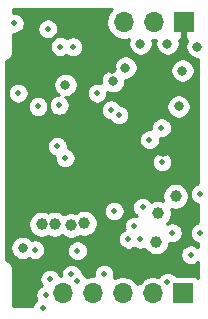
<source format=gbr>
%TF.GenerationSoftware,KiCad,Pcbnew,5.1.9*%
%TF.CreationDate,2021-01-20T23:16:29+01:00*%
%TF.ProjectId,wi-se-opi4,77692d73-652d-46f7-9069-342e6b696361,rev?*%
%TF.SameCoordinates,Original*%
%TF.FileFunction,Copper,L2,Inr*%
%TF.FilePolarity,Positive*%
%FSLAX46Y46*%
G04 Gerber Fmt 4.6, Leading zero omitted, Abs format (unit mm)*
G04 Created by KiCad (PCBNEW 5.1.9) date 2021-01-20 23:16:29*
%MOMM*%
%LPD*%
G01*
G04 APERTURE LIST*
%TA.AperFunction,ComponentPad*%
%ADD10R,1.700000X1.700000*%
%TD*%
%TA.AperFunction,ComponentPad*%
%ADD11O,1.700000X1.700000*%
%TD*%
%TA.AperFunction,ViaPad*%
%ADD12C,1.000000*%
%TD*%
%TA.AperFunction,ViaPad*%
%ADD13C,0.800000*%
%TD*%
%TA.AperFunction,ViaPad*%
%ADD14C,0.500000*%
%TD*%
%TA.AperFunction,Conductor*%
%ADD15C,0.254000*%
%TD*%
%TA.AperFunction,Conductor*%
%ADD16C,0.100000*%
%TD*%
G04 APERTURE END LIST*
D10*
%TO.N,VCC*%
%TO.C,J2*%
X109750000Y-91250000D03*
D11*
%TO.N,EN*%
X107210000Y-91250000D03*
%TO.N,BOOT0*%
X104670000Y-91250000D03*
%TO.N,DTR*%
X102130000Y-91250000D03*
%TO.N,RTS*%
X99590000Y-91250000D03*
%TD*%
D10*
%TO.N,GND*%
%TO.C,J1*%
X109840000Y-68300000D03*
D11*
%TO.N,TXD*%
X107300000Y-68300000D03*
%TO.N,RXD*%
X104760000Y-68300000D03*
%TD*%
D12*
%TO.N,VCC*%
X109143800Y-83032600D03*
%TO.N,GND*%
X104250000Y-78750000D03*
X104250000Y-80500000D03*
X97700000Y-82200000D03*
X98800000Y-82200000D03*
X100300000Y-82400000D03*
X101400000Y-82400000D03*
D13*
X103722969Y-72273631D03*
D14*
X106209810Y-90309990D03*
D12*
X108051600Y-79171800D03*
D13*
X107696000Y-73380600D03*
X103802715Y-86981609D03*
X97619820Y-68080180D03*
X98250000Y-70250000D03*
D12*
%TO.N,+3V3*%
X101400000Y-85300000D03*
D13*
X96200000Y-87400000D03*
D12*
X97800000Y-85400000D03*
X98900000Y-85400000D03*
X100300000Y-85500000D03*
D13*
X99822000Y-73595000D03*
X103835200Y-73279000D03*
D12*
X107696000Y-84469647D03*
X107492800Y-86906000D03*
D14*
%TO.N,EN*%
X98501200Y-90032501D03*
X100761800Y-90220800D03*
X99375000Y-70350002D03*
%TO.N,BOOT0*%
X97891600Y-92525000D03*
X108461250Y-90300002D03*
X106146600Y-86664800D03*
X106345999Y-83953114D03*
X103936800Y-84277200D03*
X104343200Y-76149200D03*
X97500000Y-75427400D03*
X95500000Y-68375000D03*
X98319820Y-68850000D03*
%TO.N,RST*%
X100457000Y-70358000D03*
D13*
%TO.N,LED_WIFI*%
X108458000Y-70104000D03*
X110998000Y-70358000D03*
%TO.N,Net-(D1-Pad1)*%
X109728000Y-72390000D03*
%TO.N,Net-(D2-Pad1)*%
X109400719Y-75421928D03*
D14*
%TO.N,LED_STATUS*%
X107950000Y-77216000D03*
X106934000Y-78232000D03*
%TO.N,Net-(D3-Pad1)*%
X110413800Y-87985600D03*
%TO.N,Net-(D4-Pad1)*%
X111225000Y-86106000D03*
X100838000Y-87630000D03*
X108874990Y-86106000D03*
%TO.N,LED_RX*%
X111225000Y-82804000D03*
X107996417Y-80124749D03*
X105664000Y-85556000D03*
X105156000Y-86656000D03*
%TO.N,DTR*%
X98145600Y-91389200D03*
%TO.N,RTS*%
X97205800Y-87553800D03*
X99796600Y-79781400D03*
X99129090Y-78809090D03*
%TO.N,Net-(Q1-Pad2)*%
X95808800Y-74295000D03*
X102489000Y-74295000D03*
%TO.N,Net-(Q2-Pad2)*%
X103682800Y-75692000D03*
X99288600Y-75336400D03*
D13*
%TO.N,Net-(R11-Pad1)*%
X106172000Y-70104000D03*
%TO.N,Net-(R12-Pad1)*%
X104902000Y-72136000D03*
D14*
%TO.N,Net-(R13-Pad2)*%
X100330000Y-89632502D03*
X103082000Y-89632502D03*
%TD*%
D15*
%TO.N,GND*%
X103606525Y-67353368D02*
X103444010Y-67596589D01*
X103332068Y-67866842D01*
X103275000Y-68153740D01*
X103275000Y-68446260D01*
X103332068Y-68733158D01*
X103444010Y-69003411D01*
X103606525Y-69246632D01*
X103813368Y-69453475D01*
X104056589Y-69615990D01*
X104326842Y-69727932D01*
X104613740Y-69785000D01*
X104906260Y-69785000D01*
X105193158Y-69727932D01*
X105210466Y-69720763D01*
X105176774Y-69802102D01*
X105137000Y-70002061D01*
X105137000Y-70205939D01*
X105176774Y-70405898D01*
X105254795Y-70594256D01*
X105368063Y-70763774D01*
X105512226Y-70907937D01*
X105681744Y-71021205D01*
X105870102Y-71099226D01*
X106070061Y-71139000D01*
X106273939Y-71139000D01*
X106473898Y-71099226D01*
X106662256Y-71021205D01*
X106831774Y-70907937D01*
X106975937Y-70763774D01*
X107089205Y-70594256D01*
X107167226Y-70405898D01*
X107207000Y-70205939D01*
X107207000Y-70002061D01*
X107167226Y-69802102D01*
X107160142Y-69785000D01*
X107446260Y-69785000D01*
X107471977Y-69779885D01*
X107462774Y-69802102D01*
X107423000Y-70002061D01*
X107423000Y-70205939D01*
X107462774Y-70405898D01*
X107540795Y-70594256D01*
X107654063Y-70763774D01*
X107798226Y-70907937D01*
X107967744Y-71021205D01*
X108156102Y-71099226D01*
X108356061Y-71139000D01*
X108559939Y-71139000D01*
X108759898Y-71099226D01*
X108948256Y-71021205D01*
X109117774Y-70907937D01*
X109261937Y-70763774D01*
X109375205Y-70594256D01*
X109453226Y-70405898D01*
X109493000Y-70205939D01*
X109493000Y-70002061D01*
X109453226Y-69802102D01*
X109446385Y-69785587D01*
X109554250Y-69785000D01*
X109713000Y-69626250D01*
X109713000Y-68427000D01*
X109693000Y-68427000D01*
X109693000Y-68173000D01*
X109713000Y-68173000D01*
X109713000Y-68153000D01*
X109967000Y-68153000D01*
X109967000Y-68173000D01*
X109987000Y-68173000D01*
X109987000Y-68427000D01*
X109967000Y-68427000D01*
X109967000Y-69626250D01*
X110125750Y-69785000D01*
X110136045Y-69785056D01*
X110080795Y-69867744D01*
X110002774Y-70056102D01*
X109963000Y-70256061D01*
X109963000Y-70459939D01*
X110002774Y-70659898D01*
X110080795Y-70848256D01*
X110194063Y-71017774D01*
X110338226Y-71161937D01*
X110507744Y-71275205D01*
X110696102Y-71353226D01*
X110896061Y-71393000D01*
X111040000Y-71393000D01*
X111040001Y-81938460D01*
X110966855Y-81953010D01*
X110805795Y-82019723D01*
X110660845Y-82116576D01*
X110537576Y-82239845D01*
X110440723Y-82384795D01*
X110374010Y-82545855D01*
X110340000Y-82716835D01*
X110340000Y-82891165D01*
X110374010Y-83062145D01*
X110440723Y-83223205D01*
X110537576Y-83368155D01*
X110660845Y-83491424D01*
X110805795Y-83588277D01*
X110966855Y-83654990D01*
X111040001Y-83669540D01*
X111040001Y-85240460D01*
X110966855Y-85255010D01*
X110805795Y-85321723D01*
X110660845Y-85418576D01*
X110537576Y-85541845D01*
X110440723Y-85686795D01*
X110374010Y-85847855D01*
X110340000Y-86018835D01*
X110340000Y-86193165D01*
X110374010Y-86364145D01*
X110440723Y-86525205D01*
X110537576Y-86670155D01*
X110660845Y-86793424D01*
X110805795Y-86890277D01*
X110966855Y-86956990D01*
X111040001Y-86971540D01*
X111040001Y-87360222D01*
X110977955Y-87298176D01*
X110833005Y-87201323D01*
X110671945Y-87134610D01*
X110500965Y-87100600D01*
X110326635Y-87100600D01*
X110155655Y-87134610D01*
X109994595Y-87201323D01*
X109849645Y-87298176D01*
X109726376Y-87421445D01*
X109629523Y-87566395D01*
X109562810Y-87727455D01*
X109528800Y-87898435D01*
X109528800Y-88072765D01*
X109562810Y-88243745D01*
X109629523Y-88404805D01*
X109726376Y-88549755D01*
X109849645Y-88673024D01*
X109994595Y-88769877D01*
X110155655Y-88836590D01*
X110326635Y-88870600D01*
X110500965Y-88870600D01*
X110671945Y-88836590D01*
X110833005Y-88769877D01*
X110977955Y-88673024D01*
X111040001Y-88610978D01*
X111040001Y-89939636D01*
X110954494Y-89869463D01*
X110844180Y-89810498D01*
X110724482Y-89774188D01*
X110600000Y-89761928D01*
X109166101Y-89761928D01*
X109148674Y-89735847D01*
X109025405Y-89612578D01*
X108880455Y-89515725D01*
X108719395Y-89449012D01*
X108548415Y-89415002D01*
X108374085Y-89415002D01*
X108203105Y-89449012D01*
X108042045Y-89515725D01*
X107897095Y-89612578D01*
X107773826Y-89735847D01*
X107700378Y-89845769D01*
X107643158Y-89822068D01*
X107356260Y-89765000D01*
X107063740Y-89765000D01*
X106776842Y-89822068D01*
X106506589Y-89934010D01*
X106263368Y-90096525D01*
X106056525Y-90303368D01*
X105940000Y-90477760D01*
X105823475Y-90303368D01*
X105616632Y-90096525D01*
X105373411Y-89934010D01*
X105103158Y-89822068D01*
X104816260Y-89765000D01*
X104523740Y-89765000D01*
X104236842Y-89822068D01*
X103966589Y-89934010D01*
X103895297Y-89981646D01*
X103932990Y-89890647D01*
X103967000Y-89719667D01*
X103967000Y-89545337D01*
X103932990Y-89374357D01*
X103866277Y-89213297D01*
X103769424Y-89068347D01*
X103646155Y-88945078D01*
X103501205Y-88848225D01*
X103340145Y-88781512D01*
X103169165Y-88747502D01*
X102994835Y-88747502D01*
X102823855Y-88781512D01*
X102662795Y-88848225D01*
X102517845Y-88945078D01*
X102394576Y-89068347D01*
X102297723Y-89213297D01*
X102231010Y-89374357D01*
X102197000Y-89545337D01*
X102197000Y-89719667D01*
X102206017Y-89765000D01*
X101983740Y-89765000D01*
X101696842Y-89822068D01*
X101575394Y-89872373D01*
X101546077Y-89801595D01*
X101449224Y-89656645D01*
X101325955Y-89533376D01*
X101195249Y-89446040D01*
X101180990Y-89374357D01*
X101114277Y-89213297D01*
X101017424Y-89068347D01*
X100894155Y-88945078D01*
X100749205Y-88848225D01*
X100588145Y-88781512D01*
X100417165Y-88747502D01*
X100242835Y-88747502D01*
X100071855Y-88781512D01*
X99910795Y-88848225D01*
X99765845Y-88945078D01*
X99642576Y-89068347D01*
X99545723Y-89213297D01*
X99479010Y-89374357D01*
X99445000Y-89545337D01*
X99445000Y-89719667D01*
X99454017Y-89765000D01*
X99443740Y-89765000D01*
X99353884Y-89782874D01*
X99352190Y-89774356D01*
X99285477Y-89613296D01*
X99188624Y-89468346D01*
X99065355Y-89345077D01*
X98920405Y-89248224D01*
X98759345Y-89181511D01*
X98588365Y-89147501D01*
X98414035Y-89147501D01*
X98243055Y-89181511D01*
X98081995Y-89248224D01*
X97937045Y-89345077D01*
X97813776Y-89468346D01*
X97716923Y-89613296D01*
X97650210Y-89774356D01*
X97616200Y-89945336D01*
X97616200Y-90119666D01*
X97650210Y-90290646D01*
X97716923Y-90451706D01*
X97799161Y-90574783D01*
X97726395Y-90604923D01*
X97581445Y-90701776D01*
X97458176Y-90825045D01*
X97361323Y-90969995D01*
X97294610Y-91131055D01*
X97260600Y-91302035D01*
X97260600Y-91476365D01*
X97294610Y-91647345D01*
X97361323Y-91808405D01*
X97364341Y-91812922D01*
X97327445Y-91837576D01*
X97204176Y-91960845D01*
X97107323Y-92105795D01*
X97040610Y-92266855D01*
X97026061Y-92340000D01*
X95360000Y-92340000D01*
X95360000Y-89132419D01*
X95363193Y-89100000D01*
X95350450Y-88970617D01*
X95312710Y-88846207D01*
X95251425Y-88731550D01*
X95168948Y-88631052D01*
X95068450Y-88548575D01*
X94953793Y-88487290D01*
X94829383Y-88449550D01*
X94827000Y-88449315D01*
X94827000Y-87298061D01*
X95165000Y-87298061D01*
X95165000Y-87501939D01*
X95204774Y-87701898D01*
X95282795Y-87890256D01*
X95396063Y-88059774D01*
X95540226Y-88203937D01*
X95709744Y-88317205D01*
X95898102Y-88395226D01*
X96098061Y-88435000D01*
X96301939Y-88435000D01*
X96501898Y-88395226D01*
X96690256Y-88317205D01*
X96722807Y-88295455D01*
X96786595Y-88338077D01*
X96947655Y-88404790D01*
X97118635Y-88438800D01*
X97292965Y-88438800D01*
X97463945Y-88404790D01*
X97625005Y-88338077D01*
X97769955Y-88241224D01*
X97893224Y-88117955D01*
X97990077Y-87973005D01*
X98056790Y-87811945D01*
X98090800Y-87640965D01*
X98090800Y-87542835D01*
X99953000Y-87542835D01*
X99953000Y-87717165D01*
X99987010Y-87888145D01*
X100053723Y-88049205D01*
X100150576Y-88194155D01*
X100273845Y-88317424D01*
X100418795Y-88414277D01*
X100579855Y-88480990D01*
X100750835Y-88515000D01*
X100925165Y-88515000D01*
X101096145Y-88480990D01*
X101257205Y-88414277D01*
X101402155Y-88317424D01*
X101525424Y-88194155D01*
X101622277Y-88049205D01*
X101688990Y-87888145D01*
X101723000Y-87717165D01*
X101723000Y-87542835D01*
X101688990Y-87371855D01*
X101622277Y-87210795D01*
X101525424Y-87065845D01*
X101402155Y-86942576D01*
X101257205Y-86845723D01*
X101096145Y-86779010D01*
X100925165Y-86745000D01*
X100750835Y-86745000D01*
X100579855Y-86779010D01*
X100418795Y-86845723D01*
X100273845Y-86942576D01*
X100150576Y-87065845D01*
X100053723Y-87210795D01*
X99987010Y-87371855D01*
X99953000Y-87542835D01*
X98090800Y-87542835D01*
X98090800Y-87466635D01*
X98056790Y-87295655D01*
X97990077Y-87134595D01*
X97893224Y-86989645D01*
X97769955Y-86866376D01*
X97625005Y-86769523D01*
X97463945Y-86702810D01*
X97292965Y-86668800D01*
X97118635Y-86668800D01*
X96963391Y-86699680D01*
X96859774Y-86596063D01*
X96690256Y-86482795D01*
X96501898Y-86404774D01*
X96301939Y-86365000D01*
X96098061Y-86365000D01*
X95898102Y-86404774D01*
X95709744Y-86482795D01*
X95540226Y-86596063D01*
X95396063Y-86740226D01*
X95282795Y-86909744D01*
X95204774Y-87098102D01*
X95165000Y-87298061D01*
X94827000Y-87298061D01*
X94827000Y-85288212D01*
X96665000Y-85288212D01*
X96665000Y-85511788D01*
X96708617Y-85731067D01*
X96794176Y-85937624D01*
X96918388Y-86123520D01*
X97076480Y-86281612D01*
X97262376Y-86405824D01*
X97468933Y-86491383D01*
X97688212Y-86535000D01*
X97911788Y-86535000D01*
X98131067Y-86491383D01*
X98337624Y-86405824D01*
X98350000Y-86397555D01*
X98362376Y-86405824D01*
X98568933Y-86491383D01*
X98788212Y-86535000D01*
X99011788Y-86535000D01*
X99231067Y-86491383D01*
X99437624Y-86405824D01*
X99535376Y-86340508D01*
X99576480Y-86381612D01*
X99762376Y-86505824D01*
X99968933Y-86591383D01*
X100188212Y-86635000D01*
X100411788Y-86635000D01*
X100631067Y-86591383D01*
X100685502Y-86568835D01*
X104271000Y-86568835D01*
X104271000Y-86743165D01*
X104305010Y-86914145D01*
X104371723Y-87075205D01*
X104468576Y-87220155D01*
X104591845Y-87343424D01*
X104736795Y-87440277D01*
X104897855Y-87506990D01*
X105068835Y-87541000D01*
X105243165Y-87541000D01*
X105414145Y-87506990D01*
X105575205Y-87440277D01*
X105644715Y-87393832D01*
X105727395Y-87449077D01*
X105888455Y-87515790D01*
X106059435Y-87549800D01*
X106233765Y-87549800D01*
X106404745Y-87515790D01*
X106506918Y-87473469D01*
X106611188Y-87629520D01*
X106769280Y-87787612D01*
X106955176Y-87911824D01*
X107161733Y-87997383D01*
X107381012Y-88041000D01*
X107604588Y-88041000D01*
X107823867Y-87997383D01*
X108030424Y-87911824D01*
X108216320Y-87787612D01*
X108374412Y-87629520D01*
X108498624Y-87443624D01*
X108584183Y-87237067D01*
X108627800Y-87017788D01*
X108627800Y-86959169D01*
X108787825Y-86991000D01*
X108962155Y-86991000D01*
X109133135Y-86956990D01*
X109294195Y-86890277D01*
X109439145Y-86793424D01*
X109562414Y-86670155D01*
X109659267Y-86525205D01*
X109725980Y-86364145D01*
X109759990Y-86193165D01*
X109759990Y-86018835D01*
X109725980Y-85847855D01*
X109659267Y-85686795D01*
X109562414Y-85541845D01*
X109439145Y-85418576D01*
X109294195Y-85321723D01*
X109133135Y-85255010D01*
X108962155Y-85221000D01*
X108787825Y-85221000D01*
X108616845Y-85255010D01*
X108455785Y-85321723D01*
X108435506Y-85335273D01*
X108577612Y-85193167D01*
X108701824Y-85007271D01*
X108787383Y-84800714D01*
X108831000Y-84581435D01*
X108831000Y-84357859D01*
X108787383Y-84138580D01*
X108774834Y-84108285D01*
X108812733Y-84123983D01*
X109032012Y-84167600D01*
X109255588Y-84167600D01*
X109474867Y-84123983D01*
X109681424Y-84038424D01*
X109867320Y-83914212D01*
X110025412Y-83756120D01*
X110149624Y-83570224D01*
X110235183Y-83363667D01*
X110278800Y-83144388D01*
X110278800Y-82920812D01*
X110235183Y-82701533D01*
X110149624Y-82494976D01*
X110025412Y-82309080D01*
X109867320Y-82150988D01*
X109681424Y-82026776D01*
X109474867Y-81941217D01*
X109255588Y-81897600D01*
X109032012Y-81897600D01*
X108812733Y-81941217D01*
X108606176Y-82026776D01*
X108420280Y-82150988D01*
X108262188Y-82309080D01*
X108137976Y-82494976D01*
X108052417Y-82701533D01*
X108008800Y-82920812D01*
X108008800Y-83144388D01*
X108052417Y-83363667D01*
X108064966Y-83393962D01*
X108027067Y-83378264D01*
X107807788Y-83334647D01*
X107584212Y-83334647D01*
X107364933Y-83378264D01*
X107158376Y-83463823D01*
X107106574Y-83498436D01*
X107033423Y-83388959D01*
X106910154Y-83265690D01*
X106765204Y-83168837D01*
X106604144Y-83102124D01*
X106433164Y-83068114D01*
X106258834Y-83068114D01*
X106087854Y-83102124D01*
X105926794Y-83168837D01*
X105781844Y-83265690D01*
X105658575Y-83388959D01*
X105561722Y-83533909D01*
X105495009Y-83694969D01*
X105460999Y-83865949D01*
X105460999Y-84040279D01*
X105495009Y-84211259D01*
X105561722Y-84372319D01*
X105658575Y-84517269D01*
X105781844Y-84640538D01*
X105859762Y-84692601D01*
X105751165Y-84671000D01*
X105576835Y-84671000D01*
X105405855Y-84705010D01*
X105244795Y-84771723D01*
X105099845Y-84868576D01*
X104976576Y-84991845D01*
X104879723Y-85136795D01*
X104813010Y-85297855D01*
X104779000Y-85468835D01*
X104779000Y-85643165D01*
X104813010Y-85814145D01*
X104822205Y-85836345D01*
X104736795Y-85871723D01*
X104591845Y-85968576D01*
X104468576Y-86091845D01*
X104371723Y-86236795D01*
X104305010Y-86397855D01*
X104271000Y-86568835D01*
X100685502Y-86568835D01*
X100837624Y-86505824D01*
X101023520Y-86381612D01*
X101029912Y-86375220D01*
X101068933Y-86391383D01*
X101288212Y-86435000D01*
X101511788Y-86435000D01*
X101731067Y-86391383D01*
X101937624Y-86305824D01*
X102123520Y-86181612D01*
X102281612Y-86023520D01*
X102405824Y-85837624D01*
X102491383Y-85631067D01*
X102535000Y-85411788D01*
X102535000Y-85188212D01*
X102491383Y-84968933D01*
X102405824Y-84762376D01*
X102281612Y-84576480D01*
X102123520Y-84418388D01*
X101937624Y-84294176D01*
X101731067Y-84208617D01*
X101637649Y-84190035D01*
X103051800Y-84190035D01*
X103051800Y-84364365D01*
X103085810Y-84535345D01*
X103152523Y-84696405D01*
X103249376Y-84841355D01*
X103372645Y-84964624D01*
X103517595Y-85061477D01*
X103678655Y-85128190D01*
X103849635Y-85162200D01*
X104023965Y-85162200D01*
X104194945Y-85128190D01*
X104356005Y-85061477D01*
X104500955Y-84964624D01*
X104624224Y-84841355D01*
X104721077Y-84696405D01*
X104787790Y-84535345D01*
X104821800Y-84364365D01*
X104821800Y-84190035D01*
X104787790Y-84019055D01*
X104721077Y-83857995D01*
X104624224Y-83713045D01*
X104500955Y-83589776D01*
X104356005Y-83492923D01*
X104194945Y-83426210D01*
X104023965Y-83392200D01*
X103849635Y-83392200D01*
X103678655Y-83426210D01*
X103517595Y-83492923D01*
X103372645Y-83589776D01*
X103249376Y-83713045D01*
X103152523Y-83857995D01*
X103085810Y-84019055D01*
X103051800Y-84190035D01*
X101637649Y-84190035D01*
X101511788Y-84165000D01*
X101288212Y-84165000D01*
X101068933Y-84208617D01*
X100862376Y-84294176D01*
X100676480Y-84418388D01*
X100670088Y-84424780D01*
X100631067Y-84408617D01*
X100411788Y-84365000D01*
X100188212Y-84365000D01*
X99968933Y-84408617D01*
X99762376Y-84494176D01*
X99664624Y-84559492D01*
X99623520Y-84518388D01*
X99437624Y-84394176D01*
X99231067Y-84308617D01*
X99011788Y-84265000D01*
X98788212Y-84265000D01*
X98568933Y-84308617D01*
X98362376Y-84394176D01*
X98350000Y-84402445D01*
X98337624Y-84394176D01*
X98131067Y-84308617D01*
X97911788Y-84265000D01*
X97688212Y-84265000D01*
X97468933Y-84308617D01*
X97262376Y-84394176D01*
X97076480Y-84518388D01*
X96918388Y-84676480D01*
X96794176Y-84862376D01*
X96708617Y-85068933D01*
X96665000Y-85288212D01*
X94827000Y-85288212D01*
X94827000Y-78721925D01*
X98244090Y-78721925D01*
X98244090Y-78896255D01*
X98278100Y-79067235D01*
X98344813Y-79228295D01*
X98441666Y-79373245D01*
X98564935Y-79496514D01*
X98709885Y-79593367D01*
X98870945Y-79660080D01*
X98916588Y-79669159D01*
X98911600Y-79694235D01*
X98911600Y-79868565D01*
X98945610Y-80039545D01*
X99012323Y-80200605D01*
X99109176Y-80345555D01*
X99232445Y-80468824D01*
X99377395Y-80565677D01*
X99538455Y-80632390D01*
X99709435Y-80666400D01*
X99883765Y-80666400D01*
X100054745Y-80632390D01*
X100215805Y-80565677D01*
X100360755Y-80468824D01*
X100484024Y-80345555D01*
X100580877Y-80200605D01*
X100647590Y-80039545D01*
X100647980Y-80037584D01*
X107111417Y-80037584D01*
X107111417Y-80211914D01*
X107145427Y-80382894D01*
X107212140Y-80543954D01*
X107308993Y-80688904D01*
X107432262Y-80812173D01*
X107577212Y-80909026D01*
X107738272Y-80975739D01*
X107909252Y-81009749D01*
X108083582Y-81009749D01*
X108254562Y-80975739D01*
X108415622Y-80909026D01*
X108560572Y-80812173D01*
X108683841Y-80688904D01*
X108780694Y-80543954D01*
X108847407Y-80382894D01*
X108881417Y-80211914D01*
X108881417Y-80037584D01*
X108847407Y-79866604D01*
X108780694Y-79705544D01*
X108683841Y-79560594D01*
X108560572Y-79437325D01*
X108415622Y-79340472D01*
X108254562Y-79273759D01*
X108083582Y-79239749D01*
X107909252Y-79239749D01*
X107738272Y-79273759D01*
X107577212Y-79340472D01*
X107432262Y-79437325D01*
X107308993Y-79560594D01*
X107212140Y-79705544D01*
X107145427Y-79866604D01*
X107111417Y-80037584D01*
X100647980Y-80037584D01*
X100681600Y-79868565D01*
X100681600Y-79694235D01*
X100647590Y-79523255D01*
X100580877Y-79362195D01*
X100484024Y-79217245D01*
X100360755Y-79093976D01*
X100215805Y-78997123D01*
X100054745Y-78930410D01*
X100009102Y-78921331D01*
X100014090Y-78896255D01*
X100014090Y-78721925D01*
X99980080Y-78550945D01*
X99913367Y-78389885D01*
X99816514Y-78244935D01*
X99716414Y-78144835D01*
X106049000Y-78144835D01*
X106049000Y-78319165D01*
X106083010Y-78490145D01*
X106149723Y-78651205D01*
X106246576Y-78796155D01*
X106369845Y-78919424D01*
X106514795Y-79016277D01*
X106675855Y-79082990D01*
X106846835Y-79117000D01*
X107021165Y-79117000D01*
X107192145Y-79082990D01*
X107353205Y-79016277D01*
X107498155Y-78919424D01*
X107621424Y-78796155D01*
X107718277Y-78651205D01*
X107784990Y-78490145D01*
X107819000Y-78319165D01*
X107819000Y-78144835D01*
X107808116Y-78090116D01*
X107862835Y-78101000D01*
X108037165Y-78101000D01*
X108208145Y-78066990D01*
X108369205Y-78000277D01*
X108514155Y-77903424D01*
X108637424Y-77780155D01*
X108734277Y-77635205D01*
X108800990Y-77474145D01*
X108835000Y-77303165D01*
X108835000Y-77128835D01*
X108800990Y-76957855D01*
X108734277Y-76796795D01*
X108637424Y-76651845D01*
X108514155Y-76528576D01*
X108369205Y-76431723D01*
X108208145Y-76365010D01*
X108037165Y-76331000D01*
X107862835Y-76331000D01*
X107691855Y-76365010D01*
X107530795Y-76431723D01*
X107385845Y-76528576D01*
X107262576Y-76651845D01*
X107165723Y-76796795D01*
X107099010Y-76957855D01*
X107065000Y-77128835D01*
X107065000Y-77303165D01*
X107075884Y-77357884D01*
X107021165Y-77347000D01*
X106846835Y-77347000D01*
X106675855Y-77381010D01*
X106514795Y-77447723D01*
X106369845Y-77544576D01*
X106246576Y-77667845D01*
X106149723Y-77812795D01*
X106083010Y-77973855D01*
X106049000Y-78144835D01*
X99716414Y-78144835D01*
X99693245Y-78121666D01*
X99548295Y-78024813D01*
X99387235Y-77958100D01*
X99216255Y-77924090D01*
X99041925Y-77924090D01*
X98870945Y-77958100D01*
X98709885Y-78024813D01*
X98564935Y-78121666D01*
X98441666Y-78244935D01*
X98344813Y-78389885D01*
X98278100Y-78550945D01*
X98244090Y-78721925D01*
X94827000Y-78721925D01*
X94827000Y-75340235D01*
X96615000Y-75340235D01*
X96615000Y-75514565D01*
X96649010Y-75685545D01*
X96715723Y-75846605D01*
X96812576Y-75991555D01*
X96935845Y-76114824D01*
X97080795Y-76211677D01*
X97241855Y-76278390D01*
X97412835Y-76312400D01*
X97587165Y-76312400D01*
X97758145Y-76278390D01*
X97919205Y-76211677D01*
X98064155Y-76114824D01*
X98187424Y-75991555D01*
X98284277Y-75846605D01*
X98350990Y-75685545D01*
X98385000Y-75514565D01*
X98385000Y-75340235D01*
X98366899Y-75249235D01*
X98403600Y-75249235D01*
X98403600Y-75423565D01*
X98437610Y-75594545D01*
X98504323Y-75755605D01*
X98601176Y-75900555D01*
X98724445Y-76023824D01*
X98869395Y-76120677D01*
X99030455Y-76187390D01*
X99201435Y-76221400D01*
X99375765Y-76221400D01*
X99546745Y-76187390D01*
X99707805Y-76120677D01*
X99852755Y-76023824D01*
X99976024Y-75900555D01*
X100072877Y-75755605D01*
X100135327Y-75604835D01*
X102797800Y-75604835D01*
X102797800Y-75779165D01*
X102831810Y-75950145D01*
X102898523Y-76111205D01*
X102995376Y-76256155D01*
X103118645Y-76379424D01*
X103263595Y-76476277D01*
X103424655Y-76542990D01*
X103559919Y-76569896D01*
X103655776Y-76713355D01*
X103779045Y-76836624D01*
X103923995Y-76933477D01*
X104085055Y-77000190D01*
X104256035Y-77034200D01*
X104430365Y-77034200D01*
X104601345Y-77000190D01*
X104762405Y-76933477D01*
X104907355Y-76836624D01*
X105030624Y-76713355D01*
X105127477Y-76568405D01*
X105194190Y-76407345D01*
X105228200Y-76236365D01*
X105228200Y-76062035D01*
X105194190Y-75891055D01*
X105127477Y-75729995D01*
X105030624Y-75585045D01*
X104907355Y-75461776D01*
X104762405Y-75364923D01*
X104653925Y-75319989D01*
X108365719Y-75319989D01*
X108365719Y-75523867D01*
X108405493Y-75723826D01*
X108483514Y-75912184D01*
X108596782Y-76081702D01*
X108740945Y-76225865D01*
X108910463Y-76339133D01*
X109098821Y-76417154D01*
X109298780Y-76456928D01*
X109502658Y-76456928D01*
X109702617Y-76417154D01*
X109890975Y-76339133D01*
X110060493Y-76225865D01*
X110204656Y-76081702D01*
X110317924Y-75912184D01*
X110395945Y-75723826D01*
X110435719Y-75523867D01*
X110435719Y-75319989D01*
X110395945Y-75120030D01*
X110317924Y-74931672D01*
X110204656Y-74762154D01*
X110060493Y-74617991D01*
X109890975Y-74504723D01*
X109702617Y-74426702D01*
X109502658Y-74386928D01*
X109298780Y-74386928D01*
X109098821Y-74426702D01*
X108910463Y-74504723D01*
X108740945Y-74617991D01*
X108596782Y-74762154D01*
X108483514Y-74931672D01*
X108405493Y-75120030D01*
X108365719Y-75319989D01*
X104653925Y-75319989D01*
X104601345Y-75298210D01*
X104466081Y-75271304D01*
X104370224Y-75127845D01*
X104246955Y-75004576D01*
X104102005Y-74907723D01*
X103940945Y-74841010D01*
X103769965Y-74807000D01*
X103595635Y-74807000D01*
X103424655Y-74841010D01*
X103263595Y-74907723D01*
X103118645Y-75004576D01*
X102995376Y-75127845D01*
X102898523Y-75272795D01*
X102831810Y-75433855D01*
X102797800Y-75604835D01*
X100135327Y-75604835D01*
X100139590Y-75594545D01*
X100173600Y-75423565D01*
X100173600Y-75249235D01*
X100139590Y-75078255D01*
X100072877Y-74917195D01*
X99976024Y-74772245D01*
X99852755Y-74648976D01*
X99824356Y-74630000D01*
X99923939Y-74630000D01*
X100123898Y-74590226D01*
X100312256Y-74512205D01*
X100481774Y-74398937D01*
X100625937Y-74254774D01*
X100657300Y-74207835D01*
X101604000Y-74207835D01*
X101604000Y-74382165D01*
X101638010Y-74553145D01*
X101704723Y-74714205D01*
X101801576Y-74859155D01*
X101924845Y-74982424D01*
X102069795Y-75079277D01*
X102230855Y-75145990D01*
X102401835Y-75180000D01*
X102576165Y-75180000D01*
X102747145Y-75145990D01*
X102908205Y-75079277D01*
X103053155Y-74982424D01*
X103176424Y-74859155D01*
X103273277Y-74714205D01*
X103339990Y-74553145D01*
X103374000Y-74382165D01*
X103374000Y-74208240D01*
X103533302Y-74274226D01*
X103733261Y-74314000D01*
X103937139Y-74314000D01*
X104137098Y-74274226D01*
X104325456Y-74196205D01*
X104494974Y-74082937D01*
X104639137Y-73938774D01*
X104752405Y-73769256D01*
X104830426Y-73580898D01*
X104870200Y-73380939D01*
X104870200Y-73177061D01*
X104868994Y-73171000D01*
X105003939Y-73171000D01*
X105203898Y-73131226D01*
X105392256Y-73053205D01*
X105561774Y-72939937D01*
X105705937Y-72795774D01*
X105819205Y-72626256D01*
X105897226Y-72437898D01*
X105927030Y-72288061D01*
X108693000Y-72288061D01*
X108693000Y-72491939D01*
X108732774Y-72691898D01*
X108810795Y-72880256D01*
X108924063Y-73049774D01*
X109068226Y-73193937D01*
X109237744Y-73307205D01*
X109426102Y-73385226D01*
X109626061Y-73425000D01*
X109829939Y-73425000D01*
X110029898Y-73385226D01*
X110218256Y-73307205D01*
X110387774Y-73193937D01*
X110531937Y-73049774D01*
X110645205Y-72880256D01*
X110723226Y-72691898D01*
X110763000Y-72491939D01*
X110763000Y-72288061D01*
X110723226Y-72088102D01*
X110645205Y-71899744D01*
X110531937Y-71730226D01*
X110387774Y-71586063D01*
X110218256Y-71472795D01*
X110029898Y-71394774D01*
X109829939Y-71355000D01*
X109626061Y-71355000D01*
X109426102Y-71394774D01*
X109237744Y-71472795D01*
X109068226Y-71586063D01*
X108924063Y-71730226D01*
X108810795Y-71899744D01*
X108732774Y-72088102D01*
X108693000Y-72288061D01*
X105927030Y-72288061D01*
X105937000Y-72237939D01*
X105937000Y-72034061D01*
X105897226Y-71834102D01*
X105819205Y-71645744D01*
X105705937Y-71476226D01*
X105561774Y-71332063D01*
X105392256Y-71218795D01*
X105203898Y-71140774D01*
X105003939Y-71101000D01*
X104800061Y-71101000D01*
X104600102Y-71140774D01*
X104411744Y-71218795D01*
X104242226Y-71332063D01*
X104098063Y-71476226D01*
X103984795Y-71645744D01*
X103906774Y-71834102D01*
X103867000Y-72034061D01*
X103867000Y-72237939D01*
X103868206Y-72244000D01*
X103733261Y-72244000D01*
X103533302Y-72283774D01*
X103344944Y-72361795D01*
X103175426Y-72475063D01*
X103031263Y-72619226D01*
X102917995Y-72788744D01*
X102839974Y-72977102D01*
X102800200Y-73177061D01*
X102800200Y-73380939D01*
X102818636Y-73473622D01*
X102747145Y-73444010D01*
X102576165Y-73410000D01*
X102401835Y-73410000D01*
X102230855Y-73444010D01*
X102069795Y-73510723D01*
X101924845Y-73607576D01*
X101801576Y-73730845D01*
X101704723Y-73875795D01*
X101638010Y-74036855D01*
X101604000Y-74207835D01*
X100657300Y-74207835D01*
X100739205Y-74085256D01*
X100817226Y-73896898D01*
X100857000Y-73696939D01*
X100857000Y-73493061D01*
X100817226Y-73293102D01*
X100739205Y-73104744D01*
X100625937Y-72935226D01*
X100481774Y-72791063D01*
X100312256Y-72677795D01*
X100123898Y-72599774D01*
X99923939Y-72560000D01*
X99720061Y-72560000D01*
X99520102Y-72599774D01*
X99331744Y-72677795D01*
X99162226Y-72791063D01*
X99018063Y-72935226D01*
X98904795Y-73104744D01*
X98826774Y-73293102D01*
X98787000Y-73493061D01*
X98787000Y-73696939D01*
X98826774Y-73896898D01*
X98904795Y-74085256D01*
X99018063Y-74254774D01*
X99162226Y-74398937D01*
X99240743Y-74451400D01*
X99201435Y-74451400D01*
X99030455Y-74485410D01*
X98869395Y-74552123D01*
X98724445Y-74648976D01*
X98601176Y-74772245D01*
X98504323Y-74917195D01*
X98437610Y-75078255D01*
X98403600Y-75249235D01*
X98366899Y-75249235D01*
X98350990Y-75169255D01*
X98284277Y-75008195D01*
X98187424Y-74863245D01*
X98064155Y-74739976D01*
X97919205Y-74643123D01*
X97758145Y-74576410D01*
X97587165Y-74542400D01*
X97412835Y-74542400D01*
X97241855Y-74576410D01*
X97080795Y-74643123D01*
X96935845Y-74739976D01*
X96812576Y-74863245D01*
X96715723Y-75008195D01*
X96649010Y-75169255D01*
X96615000Y-75340235D01*
X94827000Y-75340235D01*
X94827000Y-74207835D01*
X94923800Y-74207835D01*
X94923800Y-74382165D01*
X94957810Y-74553145D01*
X95024523Y-74714205D01*
X95121376Y-74859155D01*
X95244645Y-74982424D01*
X95389595Y-75079277D01*
X95550655Y-75145990D01*
X95721635Y-75180000D01*
X95895965Y-75180000D01*
X96066945Y-75145990D01*
X96228005Y-75079277D01*
X96372955Y-74982424D01*
X96496224Y-74859155D01*
X96593077Y-74714205D01*
X96659790Y-74553145D01*
X96693800Y-74382165D01*
X96693800Y-74207835D01*
X96659790Y-74036855D01*
X96593077Y-73875795D01*
X96496224Y-73730845D01*
X96372955Y-73607576D01*
X96228005Y-73510723D01*
X96066945Y-73444010D01*
X95895965Y-73410000D01*
X95721635Y-73410000D01*
X95550655Y-73444010D01*
X95389595Y-73510723D01*
X95244645Y-73607576D01*
X95121376Y-73730845D01*
X95024523Y-73875795D01*
X94957810Y-74036855D01*
X94923800Y-74207835D01*
X94827000Y-74207835D01*
X94827000Y-71550685D01*
X94829383Y-71550450D01*
X94953793Y-71512710D01*
X95068450Y-71451425D01*
X95168948Y-71368948D01*
X95251425Y-71268450D01*
X95312710Y-71153793D01*
X95350450Y-71029383D01*
X95363193Y-70900000D01*
X95360000Y-70867581D01*
X95360000Y-70262837D01*
X98490000Y-70262837D01*
X98490000Y-70437167D01*
X98524010Y-70608147D01*
X98590723Y-70769207D01*
X98687576Y-70914157D01*
X98810845Y-71037426D01*
X98955795Y-71134279D01*
X99116855Y-71200992D01*
X99287835Y-71235002D01*
X99462165Y-71235002D01*
X99633145Y-71200992D01*
X99794205Y-71134279D01*
X99910015Y-71056897D01*
X100037795Y-71142277D01*
X100198855Y-71208990D01*
X100369835Y-71243000D01*
X100544165Y-71243000D01*
X100715145Y-71208990D01*
X100876205Y-71142277D01*
X101021155Y-71045424D01*
X101144424Y-70922155D01*
X101241277Y-70777205D01*
X101307990Y-70616145D01*
X101342000Y-70445165D01*
X101342000Y-70270835D01*
X101307990Y-70099855D01*
X101241277Y-69938795D01*
X101144424Y-69793845D01*
X101021155Y-69670576D01*
X100876205Y-69573723D01*
X100715145Y-69507010D01*
X100544165Y-69473000D01*
X100369835Y-69473000D01*
X100198855Y-69507010D01*
X100037795Y-69573723D01*
X99921985Y-69651105D01*
X99794205Y-69565725D01*
X99633145Y-69499012D01*
X99462165Y-69465002D01*
X99287835Y-69465002D01*
X99116855Y-69499012D01*
X98955795Y-69565725D01*
X98810845Y-69662578D01*
X98687576Y-69785847D01*
X98590723Y-69930797D01*
X98524010Y-70091857D01*
X98490000Y-70262837D01*
X95360000Y-70262837D01*
X95360000Y-69249490D01*
X95412835Y-69260000D01*
X95587165Y-69260000D01*
X95758145Y-69225990D01*
X95919205Y-69159277D01*
X96064155Y-69062424D01*
X96187424Y-68939155D01*
X96284277Y-68794205D01*
X96297270Y-68762835D01*
X97434820Y-68762835D01*
X97434820Y-68937165D01*
X97468830Y-69108145D01*
X97535543Y-69269205D01*
X97632396Y-69414155D01*
X97755665Y-69537424D01*
X97900615Y-69634277D01*
X98061675Y-69700990D01*
X98232655Y-69735000D01*
X98406985Y-69735000D01*
X98577965Y-69700990D01*
X98739025Y-69634277D01*
X98883975Y-69537424D01*
X99007244Y-69414155D01*
X99104097Y-69269205D01*
X99170810Y-69108145D01*
X99204820Y-68937165D01*
X99204820Y-68762835D01*
X99170810Y-68591855D01*
X99104097Y-68430795D01*
X99007244Y-68285845D01*
X98883975Y-68162576D01*
X98739025Y-68065723D01*
X98577965Y-67999010D01*
X98406985Y-67965000D01*
X98232655Y-67965000D01*
X98061675Y-67999010D01*
X97900615Y-68065723D01*
X97755665Y-68162576D01*
X97632396Y-68285845D01*
X97535543Y-68430795D01*
X97468830Y-68591855D01*
X97434820Y-68762835D01*
X96297270Y-68762835D01*
X96350990Y-68633145D01*
X96385000Y-68462165D01*
X96385000Y-68287835D01*
X96350990Y-68116855D01*
X96284277Y-67955795D01*
X96187424Y-67810845D01*
X96064155Y-67687576D01*
X95919205Y-67590723D01*
X95758145Y-67524010D01*
X95587165Y-67490000D01*
X95412835Y-67490000D01*
X95360000Y-67500510D01*
X95360000Y-67160000D01*
X103799893Y-67160000D01*
X103606525Y-67353368D01*
%TA.AperFunction,Conductor*%
D16*
G36*
X103606525Y-67353368D02*
G01*
X103444010Y-67596589D01*
X103332068Y-67866842D01*
X103275000Y-68153740D01*
X103275000Y-68446260D01*
X103332068Y-68733158D01*
X103444010Y-69003411D01*
X103606525Y-69246632D01*
X103813368Y-69453475D01*
X104056589Y-69615990D01*
X104326842Y-69727932D01*
X104613740Y-69785000D01*
X104906260Y-69785000D01*
X105193158Y-69727932D01*
X105210466Y-69720763D01*
X105176774Y-69802102D01*
X105137000Y-70002061D01*
X105137000Y-70205939D01*
X105176774Y-70405898D01*
X105254795Y-70594256D01*
X105368063Y-70763774D01*
X105512226Y-70907937D01*
X105681744Y-71021205D01*
X105870102Y-71099226D01*
X106070061Y-71139000D01*
X106273939Y-71139000D01*
X106473898Y-71099226D01*
X106662256Y-71021205D01*
X106831774Y-70907937D01*
X106975937Y-70763774D01*
X107089205Y-70594256D01*
X107167226Y-70405898D01*
X107207000Y-70205939D01*
X107207000Y-70002061D01*
X107167226Y-69802102D01*
X107160142Y-69785000D01*
X107446260Y-69785000D01*
X107471977Y-69779885D01*
X107462774Y-69802102D01*
X107423000Y-70002061D01*
X107423000Y-70205939D01*
X107462774Y-70405898D01*
X107540795Y-70594256D01*
X107654063Y-70763774D01*
X107798226Y-70907937D01*
X107967744Y-71021205D01*
X108156102Y-71099226D01*
X108356061Y-71139000D01*
X108559939Y-71139000D01*
X108759898Y-71099226D01*
X108948256Y-71021205D01*
X109117774Y-70907937D01*
X109261937Y-70763774D01*
X109375205Y-70594256D01*
X109453226Y-70405898D01*
X109493000Y-70205939D01*
X109493000Y-70002061D01*
X109453226Y-69802102D01*
X109446385Y-69785587D01*
X109554250Y-69785000D01*
X109713000Y-69626250D01*
X109713000Y-68427000D01*
X109693000Y-68427000D01*
X109693000Y-68173000D01*
X109713000Y-68173000D01*
X109713000Y-68153000D01*
X109967000Y-68153000D01*
X109967000Y-68173000D01*
X109987000Y-68173000D01*
X109987000Y-68427000D01*
X109967000Y-68427000D01*
X109967000Y-69626250D01*
X110125750Y-69785000D01*
X110136045Y-69785056D01*
X110080795Y-69867744D01*
X110002774Y-70056102D01*
X109963000Y-70256061D01*
X109963000Y-70459939D01*
X110002774Y-70659898D01*
X110080795Y-70848256D01*
X110194063Y-71017774D01*
X110338226Y-71161937D01*
X110507744Y-71275205D01*
X110696102Y-71353226D01*
X110896061Y-71393000D01*
X111040000Y-71393000D01*
X111040001Y-81938460D01*
X110966855Y-81953010D01*
X110805795Y-82019723D01*
X110660845Y-82116576D01*
X110537576Y-82239845D01*
X110440723Y-82384795D01*
X110374010Y-82545855D01*
X110340000Y-82716835D01*
X110340000Y-82891165D01*
X110374010Y-83062145D01*
X110440723Y-83223205D01*
X110537576Y-83368155D01*
X110660845Y-83491424D01*
X110805795Y-83588277D01*
X110966855Y-83654990D01*
X111040001Y-83669540D01*
X111040001Y-85240460D01*
X110966855Y-85255010D01*
X110805795Y-85321723D01*
X110660845Y-85418576D01*
X110537576Y-85541845D01*
X110440723Y-85686795D01*
X110374010Y-85847855D01*
X110340000Y-86018835D01*
X110340000Y-86193165D01*
X110374010Y-86364145D01*
X110440723Y-86525205D01*
X110537576Y-86670155D01*
X110660845Y-86793424D01*
X110805795Y-86890277D01*
X110966855Y-86956990D01*
X111040001Y-86971540D01*
X111040001Y-87360222D01*
X110977955Y-87298176D01*
X110833005Y-87201323D01*
X110671945Y-87134610D01*
X110500965Y-87100600D01*
X110326635Y-87100600D01*
X110155655Y-87134610D01*
X109994595Y-87201323D01*
X109849645Y-87298176D01*
X109726376Y-87421445D01*
X109629523Y-87566395D01*
X109562810Y-87727455D01*
X109528800Y-87898435D01*
X109528800Y-88072765D01*
X109562810Y-88243745D01*
X109629523Y-88404805D01*
X109726376Y-88549755D01*
X109849645Y-88673024D01*
X109994595Y-88769877D01*
X110155655Y-88836590D01*
X110326635Y-88870600D01*
X110500965Y-88870600D01*
X110671945Y-88836590D01*
X110833005Y-88769877D01*
X110977955Y-88673024D01*
X111040001Y-88610978D01*
X111040001Y-89939636D01*
X110954494Y-89869463D01*
X110844180Y-89810498D01*
X110724482Y-89774188D01*
X110600000Y-89761928D01*
X109166101Y-89761928D01*
X109148674Y-89735847D01*
X109025405Y-89612578D01*
X108880455Y-89515725D01*
X108719395Y-89449012D01*
X108548415Y-89415002D01*
X108374085Y-89415002D01*
X108203105Y-89449012D01*
X108042045Y-89515725D01*
X107897095Y-89612578D01*
X107773826Y-89735847D01*
X107700378Y-89845769D01*
X107643158Y-89822068D01*
X107356260Y-89765000D01*
X107063740Y-89765000D01*
X106776842Y-89822068D01*
X106506589Y-89934010D01*
X106263368Y-90096525D01*
X106056525Y-90303368D01*
X105940000Y-90477760D01*
X105823475Y-90303368D01*
X105616632Y-90096525D01*
X105373411Y-89934010D01*
X105103158Y-89822068D01*
X104816260Y-89765000D01*
X104523740Y-89765000D01*
X104236842Y-89822068D01*
X103966589Y-89934010D01*
X103895297Y-89981646D01*
X103932990Y-89890647D01*
X103967000Y-89719667D01*
X103967000Y-89545337D01*
X103932990Y-89374357D01*
X103866277Y-89213297D01*
X103769424Y-89068347D01*
X103646155Y-88945078D01*
X103501205Y-88848225D01*
X103340145Y-88781512D01*
X103169165Y-88747502D01*
X102994835Y-88747502D01*
X102823855Y-88781512D01*
X102662795Y-88848225D01*
X102517845Y-88945078D01*
X102394576Y-89068347D01*
X102297723Y-89213297D01*
X102231010Y-89374357D01*
X102197000Y-89545337D01*
X102197000Y-89719667D01*
X102206017Y-89765000D01*
X101983740Y-89765000D01*
X101696842Y-89822068D01*
X101575394Y-89872373D01*
X101546077Y-89801595D01*
X101449224Y-89656645D01*
X101325955Y-89533376D01*
X101195249Y-89446040D01*
X101180990Y-89374357D01*
X101114277Y-89213297D01*
X101017424Y-89068347D01*
X100894155Y-88945078D01*
X100749205Y-88848225D01*
X100588145Y-88781512D01*
X100417165Y-88747502D01*
X100242835Y-88747502D01*
X100071855Y-88781512D01*
X99910795Y-88848225D01*
X99765845Y-88945078D01*
X99642576Y-89068347D01*
X99545723Y-89213297D01*
X99479010Y-89374357D01*
X99445000Y-89545337D01*
X99445000Y-89719667D01*
X99454017Y-89765000D01*
X99443740Y-89765000D01*
X99353884Y-89782874D01*
X99352190Y-89774356D01*
X99285477Y-89613296D01*
X99188624Y-89468346D01*
X99065355Y-89345077D01*
X98920405Y-89248224D01*
X98759345Y-89181511D01*
X98588365Y-89147501D01*
X98414035Y-89147501D01*
X98243055Y-89181511D01*
X98081995Y-89248224D01*
X97937045Y-89345077D01*
X97813776Y-89468346D01*
X97716923Y-89613296D01*
X97650210Y-89774356D01*
X97616200Y-89945336D01*
X97616200Y-90119666D01*
X97650210Y-90290646D01*
X97716923Y-90451706D01*
X97799161Y-90574783D01*
X97726395Y-90604923D01*
X97581445Y-90701776D01*
X97458176Y-90825045D01*
X97361323Y-90969995D01*
X97294610Y-91131055D01*
X97260600Y-91302035D01*
X97260600Y-91476365D01*
X97294610Y-91647345D01*
X97361323Y-91808405D01*
X97364341Y-91812922D01*
X97327445Y-91837576D01*
X97204176Y-91960845D01*
X97107323Y-92105795D01*
X97040610Y-92266855D01*
X97026061Y-92340000D01*
X95360000Y-92340000D01*
X95360000Y-89132419D01*
X95363193Y-89100000D01*
X95350450Y-88970617D01*
X95312710Y-88846207D01*
X95251425Y-88731550D01*
X95168948Y-88631052D01*
X95068450Y-88548575D01*
X94953793Y-88487290D01*
X94829383Y-88449550D01*
X94827000Y-88449315D01*
X94827000Y-87298061D01*
X95165000Y-87298061D01*
X95165000Y-87501939D01*
X95204774Y-87701898D01*
X95282795Y-87890256D01*
X95396063Y-88059774D01*
X95540226Y-88203937D01*
X95709744Y-88317205D01*
X95898102Y-88395226D01*
X96098061Y-88435000D01*
X96301939Y-88435000D01*
X96501898Y-88395226D01*
X96690256Y-88317205D01*
X96722807Y-88295455D01*
X96786595Y-88338077D01*
X96947655Y-88404790D01*
X97118635Y-88438800D01*
X97292965Y-88438800D01*
X97463945Y-88404790D01*
X97625005Y-88338077D01*
X97769955Y-88241224D01*
X97893224Y-88117955D01*
X97990077Y-87973005D01*
X98056790Y-87811945D01*
X98090800Y-87640965D01*
X98090800Y-87542835D01*
X99953000Y-87542835D01*
X99953000Y-87717165D01*
X99987010Y-87888145D01*
X100053723Y-88049205D01*
X100150576Y-88194155D01*
X100273845Y-88317424D01*
X100418795Y-88414277D01*
X100579855Y-88480990D01*
X100750835Y-88515000D01*
X100925165Y-88515000D01*
X101096145Y-88480990D01*
X101257205Y-88414277D01*
X101402155Y-88317424D01*
X101525424Y-88194155D01*
X101622277Y-88049205D01*
X101688990Y-87888145D01*
X101723000Y-87717165D01*
X101723000Y-87542835D01*
X101688990Y-87371855D01*
X101622277Y-87210795D01*
X101525424Y-87065845D01*
X101402155Y-86942576D01*
X101257205Y-86845723D01*
X101096145Y-86779010D01*
X100925165Y-86745000D01*
X100750835Y-86745000D01*
X100579855Y-86779010D01*
X100418795Y-86845723D01*
X100273845Y-86942576D01*
X100150576Y-87065845D01*
X100053723Y-87210795D01*
X99987010Y-87371855D01*
X99953000Y-87542835D01*
X98090800Y-87542835D01*
X98090800Y-87466635D01*
X98056790Y-87295655D01*
X97990077Y-87134595D01*
X97893224Y-86989645D01*
X97769955Y-86866376D01*
X97625005Y-86769523D01*
X97463945Y-86702810D01*
X97292965Y-86668800D01*
X97118635Y-86668800D01*
X96963391Y-86699680D01*
X96859774Y-86596063D01*
X96690256Y-86482795D01*
X96501898Y-86404774D01*
X96301939Y-86365000D01*
X96098061Y-86365000D01*
X95898102Y-86404774D01*
X95709744Y-86482795D01*
X95540226Y-86596063D01*
X95396063Y-86740226D01*
X95282795Y-86909744D01*
X95204774Y-87098102D01*
X95165000Y-87298061D01*
X94827000Y-87298061D01*
X94827000Y-85288212D01*
X96665000Y-85288212D01*
X96665000Y-85511788D01*
X96708617Y-85731067D01*
X96794176Y-85937624D01*
X96918388Y-86123520D01*
X97076480Y-86281612D01*
X97262376Y-86405824D01*
X97468933Y-86491383D01*
X97688212Y-86535000D01*
X97911788Y-86535000D01*
X98131067Y-86491383D01*
X98337624Y-86405824D01*
X98350000Y-86397555D01*
X98362376Y-86405824D01*
X98568933Y-86491383D01*
X98788212Y-86535000D01*
X99011788Y-86535000D01*
X99231067Y-86491383D01*
X99437624Y-86405824D01*
X99535376Y-86340508D01*
X99576480Y-86381612D01*
X99762376Y-86505824D01*
X99968933Y-86591383D01*
X100188212Y-86635000D01*
X100411788Y-86635000D01*
X100631067Y-86591383D01*
X100685502Y-86568835D01*
X104271000Y-86568835D01*
X104271000Y-86743165D01*
X104305010Y-86914145D01*
X104371723Y-87075205D01*
X104468576Y-87220155D01*
X104591845Y-87343424D01*
X104736795Y-87440277D01*
X104897855Y-87506990D01*
X105068835Y-87541000D01*
X105243165Y-87541000D01*
X105414145Y-87506990D01*
X105575205Y-87440277D01*
X105644715Y-87393832D01*
X105727395Y-87449077D01*
X105888455Y-87515790D01*
X106059435Y-87549800D01*
X106233765Y-87549800D01*
X106404745Y-87515790D01*
X106506918Y-87473469D01*
X106611188Y-87629520D01*
X106769280Y-87787612D01*
X106955176Y-87911824D01*
X107161733Y-87997383D01*
X107381012Y-88041000D01*
X107604588Y-88041000D01*
X107823867Y-87997383D01*
X108030424Y-87911824D01*
X108216320Y-87787612D01*
X108374412Y-87629520D01*
X108498624Y-87443624D01*
X108584183Y-87237067D01*
X108627800Y-87017788D01*
X108627800Y-86959169D01*
X108787825Y-86991000D01*
X108962155Y-86991000D01*
X109133135Y-86956990D01*
X109294195Y-86890277D01*
X109439145Y-86793424D01*
X109562414Y-86670155D01*
X109659267Y-86525205D01*
X109725980Y-86364145D01*
X109759990Y-86193165D01*
X109759990Y-86018835D01*
X109725980Y-85847855D01*
X109659267Y-85686795D01*
X109562414Y-85541845D01*
X109439145Y-85418576D01*
X109294195Y-85321723D01*
X109133135Y-85255010D01*
X108962155Y-85221000D01*
X108787825Y-85221000D01*
X108616845Y-85255010D01*
X108455785Y-85321723D01*
X108435506Y-85335273D01*
X108577612Y-85193167D01*
X108701824Y-85007271D01*
X108787383Y-84800714D01*
X108831000Y-84581435D01*
X108831000Y-84357859D01*
X108787383Y-84138580D01*
X108774834Y-84108285D01*
X108812733Y-84123983D01*
X109032012Y-84167600D01*
X109255588Y-84167600D01*
X109474867Y-84123983D01*
X109681424Y-84038424D01*
X109867320Y-83914212D01*
X110025412Y-83756120D01*
X110149624Y-83570224D01*
X110235183Y-83363667D01*
X110278800Y-83144388D01*
X110278800Y-82920812D01*
X110235183Y-82701533D01*
X110149624Y-82494976D01*
X110025412Y-82309080D01*
X109867320Y-82150988D01*
X109681424Y-82026776D01*
X109474867Y-81941217D01*
X109255588Y-81897600D01*
X109032012Y-81897600D01*
X108812733Y-81941217D01*
X108606176Y-82026776D01*
X108420280Y-82150988D01*
X108262188Y-82309080D01*
X108137976Y-82494976D01*
X108052417Y-82701533D01*
X108008800Y-82920812D01*
X108008800Y-83144388D01*
X108052417Y-83363667D01*
X108064966Y-83393962D01*
X108027067Y-83378264D01*
X107807788Y-83334647D01*
X107584212Y-83334647D01*
X107364933Y-83378264D01*
X107158376Y-83463823D01*
X107106574Y-83498436D01*
X107033423Y-83388959D01*
X106910154Y-83265690D01*
X106765204Y-83168837D01*
X106604144Y-83102124D01*
X106433164Y-83068114D01*
X106258834Y-83068114D01*
X106087854Y-83102124D01*
X105926794Y-83168837D01*
X105781844Y-83265690D01*
X105658575Y-83388959D01*
X105561722Y-83533909D01*
X105495009Y-83694969D01*
X105460999Y-83865949D01*
X105460999Y-84040279D01*
X105495009Y-84211259D01*
X105561722Y-84372319D01*
X105658575Y-84517269D01*
X105781844Y-84640538D01*
X105859762Y-84692601D01*
X105751165Y-84671000D01*
X105576835Y-84671000D01*
X105405855Y-84705010D01*
X105244795Y-84771723D01*
X105099845Y-84868576D01*
X104976576Y-84991845D01*
X104879723Y-85136795D01*
X104813010Y-85297855D01*
X104779000Y-85468835D01*
X104779000Y-85643165D01*
X104813010Y-85814145D01*
X104822205Y-85836345D01*
X104736795Y-85871723D01*
X104591845Y-85968576D01*
X104468576Y-86091845D01*
X104371723Y-86236795D01*
X104305010Y-86397855D01*
X104271000Y-86568835D01*
X100685502Y-86568835D01*
X100837624Y-86505824D01*
X101023520Y-86381612D01*
X101029912Y-86375220D01*
X101068933Y-86391383D01*
X101288212Y-86435000D01*
X101511788Y-86435000D01*
X101731067Y-86391383D01*
X101937624Y-86305824D01*
X102123520Y-86181612D01*
X102281612Y-86023520D01*
X102405824Y-85837624D01*
X102491383Y-85631067D01*
X102535000Y-85411788D01*
X102535000Y-85188212D01*
X102491383Y-84968933D01*
X102405824Y-84762376D01*
X102281612Y-84576480D01*
X102123520Y-84418388D01*
X101937624Y-84294176D01*
X101731067Y-84208617D01*
X101637649Y-84190035D01*
X103051800Y-84190035D01*
X103051800Y-84364365D01*
X103085810Y-84535345D01*
X103152523Y-84696405D01*
X103249376Y-84841355D01*
X103372645Y-84964624D01*
X103517595Y-85061477D01*
X103678655Y-85128190D01*
X103849635Y-85162200D01*
X104023965Y-85162200D01*
X104194945Y-85128190D01*
X104356005Y-85061477D01*
X104500955Y-84964624D01*
X104624224Y-84841355D01*
X104721077Y-84696405D01*
X104787790Y-84535345D01*
X104821800Y-84364365D01*
X104821800Y-84190035D01*
X104787790Y-84019055D01*
X104721077Y-83857995D01*
X104624224Y-83713045D01*
X104500955Y-83589776D01*
X104356005Y-83492923D01*
X104194945Y-83426210D01*
X104023965Y-83392200D01*
X103849635Y-83392200D01*
X103678655Y-83426210D01*
X103517595Y-83492923D01*
X103372645Y-83589776D01*
X103249376Y-83713045D01*
X103152523Y-83857995D01*
X103085810Y-84019055D01*
X103051800Y-84190035D01*
X101637649Y-84190035D01*
X101511788Y-84165000D01*
X101288212Y-84165000D01*
X101068933Y-84208617D01*
X100862376Y-84294176D01*
X100676480Y-84418388D01*
X100670088Y-84424780D01*
X100631067Y-84408617D01*
X100411788Y-84365000D01*
X100188212Y-84365000D01*
X99968933Y-84408617D01*
X99762376Y-84494176D01*
X99664624Y-84559492D01*
X99623520Y-84518388D01*
X99437624Y-84394176D01*
X99231067Y-84308617D01*
X99011788Y-84265000D01*
X98788212Y-84265000D01*
X98568933Y-84308617D01*
X98362376Y-84394176D01*
X98350000Y-84402445D01*
X98337624Y-84394176D01*
X98131067Y-84308617D01*
X97911788Y-84265000D01*
X97688212Y-84265000D01*
X97468933Y-84308617D01*
X97262376Y-84394176D01*
X97076480Y-84518388D01*
X96918388Y-84676480D01*
X96794176Y-84862376D01*
X96708617Y-85068933D01*
X96665000Y-85288212D01*
X94827000Y-85288212D01*
X94827000Y-78721925D01*
X98244090Y-78721925D01*
X98244090Y-78896255D01*
X98278100Y-79067235D01*
X98344813Y-79228295D01*
X98441666Y-79373245D01*
X98564935Y-79496514D01*
X98709885Y-79593367D01*
X98870945Y-79660080D01*
X98916588Y-79669159D01*
X98911600Y-79694235D01*
X98911600Y-79868565D01*
X98945610Y-80039545D01*
X99012323Y-80200605D01*
X99109176Y-80345555D01*
X99232445Y-80468824D01*
X99377395Y-80565677D01*
X99538455Y-80632390D01*
X99709435Y-80666400D01*
X99883765Y-80666400D01*
X100054745Y-80632390D01*
X100215805Y-80565677D01*
X100360755Y-80468824D01*
X100484024Y-80345555D01*
X100580877Y-80200605D01*
X100647590Y-80039545D01*
X100647980Y-80037584D01*
X107111417Y-80037584D01*
X107111417Y-80211914D01*
X107145427Y-80382894D01*
X107212140Y-80543954D01*
X107308993Y-80688904D01*
X107432262Y-80812173D01*
X107577212Y-80909026D01*
X107738272Y-80975739D01*
X107909252Y-81009749D01*
X108083582Y-81009749D01*
X108254562Y-80975739D01*
X108415622Y-80909026D01*
X108560572Y-80812173D01*
X108683841Y-80688904D01*
X108780694Y-80543954D01*
X108847407Y-80382894D01*
X108881417Y-80211914D01*
X108881417Y-80037584D01*
X108847407Y-79866604D01*
X108780694Y-79705544D01*
X108683841Y-79560594D01*
X108560572Y-79437325D01*
X108415622Y-79340472D01*
X108254562Y-79273759D01*
X108083582Y-79239749D01*
X107909252Y-79239749D01*
X107738272Y-79273759D01*
X107577212Y-79340472D01*
X107432262Y-79437325D01*
X107308993Y-79560594D01*
X107212140Y-79705544D01*
X107145427Y-79866604D01*
X107111417Y-80037584D01*
X100647980Y-80037584D01*
X100681600Y-79868565D01*
X100681600Y-79694235D01*
X100647590Y-79523255D01*
X100580877Y-79362195D01*
X100484024Y-79217245D01*
X100360755Y-79093976D01*
X100215805Y-78997123D01*
X100054745Y-78930410D01*
X100009102Y-78921331D01*
X100014090Y-78896255D01*
X100014090Y-78721925D01*
X99980080Y-78550945D01*
X99913367Y-78389885D01*
X99816514Y-78244935D01*
X99716414Y-78144835D01*
X106049000Y-78144835D01*
X106049000Y-78319165D01*
X106083010Y-78490145D01*
X106149723Y-78651205D01*
X106246576Y-78796155D01*
X106369845Y-78919424D01*
X106514795Y-79016277D01*
X106675855Y-79082990D01*
X106846835Y-79117000D01*
X107021165Y-79117000D01*
X107192145Y-79082990D01*
X107353205Y-79016277D01*
X107498155Y-78919424D01*
X107621424Y-78796155D01*
X107718277Y-78651205D01*
X107784990Y-78490145D01*
X107819000Y-78319165D01*
X107819000Y-78144835D01*
X107808116Y-78090116D01*
X107862835Y-78101000D01*
X108037165Y-78101000D01*
X108208145Y-78066990D01*
X108369205Y-78000277D01*
X108514155Y-77903424D01*
X108637424Y-77780155D01*
X108734277Y-77635205D01*
X108800990Y-77474145D01*
X108835000Y-77303165D01*
X108835000Y-77128835D01*
X108800990Y-76957855D01*
X108734277Y-76796795D01*
X108637424Y-76651845D01*
X108514155Y-76528576D01*
X108369205Y-76431723D01*
X108208145Y-76365010D01*
X108037165Y-76331000D01*
X107862835Y-76331000D01*
X107691855Y-76365010D01*
X107530795Y-76431723D01*
X107385845Y-76528576D01*
X107262576Y-76651845D01*
X107165723Y-76796795D01*
X107099010Y-76957855D01*
X107065000Y-77128835D01*
X107065000Y-77303165D01*
X107075884Y-77357884D01*
X107021165Y-77347000D01*
X106846835Y-77347000D01*
X106675855Y-77381010D01*
X106514795Y-77447723D01*
X106369845Y-77544576D01*
X106246576Y-77667845D01*
X106149723Y-77812795D01*
X106083010Y-77973855D01*
X106049000Y-78144835D01*
X99716414Y-78144835D01*
X99693245Y-78121666D01*
X99548295Y-78024813D01*
X99387235Y-77958100D01*
X99216255Y-77924090D01*
X99041925Y-77924090D01*
X98870945Y-77958100D01*
X98709885Y-78024813D01*
X98564935Y-78121666D01*
X98441666Y-78244935D01*
X98344813Y-78389885D01*
X98278100Y-78550945D01*
X98244090Y-78721925D01*
X94827000Y-78721925D01*
X94827000Y-75340235D01*
X96615000Y-75340235D01*
X96615000Y-75514565D01*
X96649010Y-75685545D01*
X96715723Y-75846605D01*
X96812576Y-75991555D01*
X96935845Y-76114824D01*
X97080795Y-76211677D01*
X97241855Y-76278390D01*
X97412835Y-76312400D01*
X97587165Y-76312400D01*
X97758145Y-76278390D01*
X97919205Y-76211677D01*
X98064155Y-76114824D01*
X98187424Y-75991555D01*
X98284277Y-75846605D01*
X98350990Y-75685545D01*
X98385000Y-75514565D01*
X98385000Y-75340235D01*
X98366899Y-75249235D01*
X98403600Y-75249235D01*
X98403600Y-75423565D01*
X98437610Y-75594545D01*
X98504323Y-75755605D01*
X98601176Y-75900555D01*
X98724445Y-76023824D01*
X98869395Y-76120677D01*
X99030455Y-76187390D01*
X99201435Y-76221400D01*
X99375765Y-76221400D01*
X99546745Y-76187390D01*
X99707805Y-76120677D01*
X99852755Y-76023824D01*
X99976024Y-75900555D01*
X100072877Y-75755605D01*
X100135327Y-75604835D01*
X102797800Y-75604835D01*
X102797800Y-75779165D01*
X102831810Y-75950145D01*
X102898523Y-76111205D01*
X102995376Y-76256155D01*
X103118645Y-76379424D01*
X103263595Y-76476277D01*
X103424655Y-76542990D01*
X103559919Y-76569896D01*
X103655776Y-76713355D01*
X103779045Y-76836624D01*
X103923995Y-76933477D01*
X104085055Y-77000190D01*
X104256035Y-77034200D01*
X104430365Y-77034200D01*
X104601345Y-77000190D01*
X104762405Y-76933477D01*
X104907355Y-76836624D01*
X105030624Y-76713355D01*
X105127477Y-76568405D01*
X105194190Y-76407345D01*
X105228200Y-76236365D01*
X105228200Y-76062035D01*
X105194190Y-75891055D01*
X105127477Y-75729995D01*
X105030624Y-75585045D01*
X104907355Y-75461776D01*
X104762405Y-75364923D01*
X104653925Y-75319989D01*
X108365719Y-75319989D01*
X108365719Y-75523867D01*
X108405493Y-75723826D01*
X108483514Y-75912184D01*
X108596782Y-76081702D01*
X108740945Y-76225865D01*
X108910463Y-76339133D01*
X109098821Y-76417154D01*
X109298780Y-76456928D01*
X109502658Y-76456928D01*
X109702617Y-76417154D01*
X109890975Y-76339133D01*
X110060493Y-76225865D01*
X110204656Y-76081702D01*
X110317924Y-75912184D01*
X110395945Y-75723826D01*
X110435719Y-75523867D01*
X110435719Y-75319989D01*
X110395945Y-75120030D01*
X110317924Y-74931672D01*
X110204656Y-74762154D01*
X110060493Y-74617991D01*
X109890975Y-74504723D01*
X109702617Y-74426702D01*
X109502658Y-74386928D01*
X109298780Y-74386928D01*
X109098821Y-74426702D01*
X108910463Y-74504723D01*
X108740945Y-74617991D01*
X108596782Y-74762154D01*
X108483514Y-74931672D01*
X108405493Y-75120030D01*
X108365719Y-75319989D01*
X104653925Y-75319989D01*
X104601345Y-75298210D01*
X104466081Y-75271304D01*
X104370224Y-75127845D01*
X104246955Y-75004576D01*
X104102005Y-74907723D01*
X103940945Y-74841010D01*
X103769965Y-74807000D01*
X103595635Y-74807000D01*
X103424655Y-74841010D01*
X103263595Y-74907723D01*
X103118645Y-75004576D01*
X102995376Y-75127845D01*
X102898523Y-75272795D01*
X102831810Y-75433855D01*
X102797800Y-75604835D01*
X100135327Y-75604835D01*
X100139590Y-75594545D01*
X100173600Y-75423565D01*
X100173600Y-75249235D01*
X100139590Y-75078255D01*
X100072877Y-74917195D01*
X99976024Y-74772245D01*
X99852755Y-74648976D01*
X99824356Y-74630000D01*
X99923939Y-74630000D01*
X100123898Y-74590226D01*
X100312256Y-74512205D01*
X100481774Y-74398937D01*
X100625937Y-74254774D01*
X100657300Y-74207835D01*
X101604000Y-74207835D01*
X101604000Y-74382165D01*
X101638010Y-74553145D01*
X101704723Y-74714205D01*
X101801576Y-74859155D01*
X101924845Y-74982424D01*
X102069795Y-75079277D01*
X102230855Y-75145990D01*
X102401835Y-75180000D01*
X102576165Y-75180000D01*
X102747145Y-75145990D01*
X102908205Y-75079277D01*
X103053155Y-74982424D01*
X103176424Y-74859155D01*
X103273277Y-74714205D01*
X103339990Y-74553145D01*
X103374000Y-74382165D01*
X103374000Y-74208240D01*
X103533302Y-74274226D01*
X103733261Y-74314000D01*
X103937139Y-74314000D01*
X104137098Y-74274226D01*
X104325456Y-74196205D01*
X104494974Y-74082937D01*
X104639137Y-73938774D01*
X104752405Y-73769256D01*
X104830426Y-73580898D01*
X104870200Y-73380939D01*
X104870200Y-73177061D01*
X104868994Y-73171000D01*
X105003939Y-73171000D01*
X105203898Y-73131226D01*
X105392256Y-73053205D01*
X105561774Y-72939937D01*
X105705937Y-72795774D01*
X105819205Y-72626256D01*
X105897226Y-72437898D01*
X105927030Y-72288061D01*
X108693000Y-72288061D01*
X108693000Y-72491939D01*
X108732774Y-72691898D01*
X108810795Y-72880256D01*
X108924063Y-73049774D01*
X109068226Y-73193937D01*
X109237744Y-73307205D01*
X109426102Y-73385226D01*
X109626061Y-73425000D01*
X109829939Y-73425000D01*
X110029898Y-73385226D01*
X110218256Y-73307205D01*
X110387774Y-73193937D01*
X110531937Y-73049774D01*
X110645205Y-72880256D01*
X110723226Y-72691898D01*
X110763000Y-72491939D01*
X110763000Y-72288061D01*
X110723226Y-72088102D01*
X110645205Y-71899744D01*
X110531937Y-71730226D01*
X110387774Y-71586063D01*
X110218256Y-71472795D01*
X110029898Y-71394774D01*
X109829939Y-71355000D01*
X109626061Y-71355000D01*
X109426102Y-71394774D01*
X109237744Y-71472795D01*
X109068226Y-71586063D01*
X108924063Y-71730226D01*
X108810795Y-71899744D01*
X108732774Y-72088102D01*
X108693000Y-72288061D01*
X105927030Y-72288061D01*
X105937000Y-72237939D01*
X105937000Y-72034061D01*
X105897226Y-71834102D01*
X105819205Y-71645744D01*
X105705937Y-71476226D01*
X105561774Y-71332063D01*
X105392256Y-71218795D01*
X105203898Y-71140774D01*
X105003939Y-71101000D01*
X104800061Y-71101000D01*
X104600102Y-71140774D01*
X104411744Y-71218795D01*
X104242226Y-71332063D01*
X104098063Y-71476226D01*
X103984795Y-71645744D01*
X103906774Y-71834102D01*
X103867000Y-72034061D01*
X103867000Y-72237939D01*
X103868206Y-72244000D01*
X103733261Y-72244000D01*
X103533302Y-72283774D01*
X103344944Y-72361795D01*
X103175426Y-72475063D01*
X103031263Y-72619226D01*
X102917995Y-72788744D01*
X102839974Y-72977102D01*
X102800200Y-73177061D01*
X102800200Y-73380939D01*
X102818636Y-73473622D01*
X102747145Y-73444010D01*
X102576165Y-73410000D01*
X102401835Y-73410000D01*
X102230855Y-73444010D01*
X102069795Y-73510723D01*
X101924845Y-73607576D01*
X101801576Y-73730845D01*
X101704723Y-73875795D01*
X101638010Y-74036855D01*
X101604000Y-74207835D01*
X100657300Y-74207835D01*
X100739205Y-74085256D01*
X100817226Y-73896898D01*
X100857000Y-73696939D01*
X100857000Y-73493061D01*
X100817226Y-73293102D01*
X100739205Y-73104744D01*
X100625937Y-72935226D01*
X100481774Y-72791063D01*
X100312256Y-72677795D01*
X100123898Y-72599774D01*
X99923939Y-72560000D01*
X99720061Y-72560000D01*
X99520102Y-72599774D01*
X99331744Y-72677795D01*
X99162226Y-72791063D01*
X99018063Y-72935226D01*
X98904795Y-73104744D01*
X98826774Y-73293102D01*
X98787000Y-73493061D01*
X98787000Y-73696939D01*
X98826774Y-73896898D01*
X98904795Y-74085256D01*
X99018063Y-74254774D01*
X99162226Y-74398937D01*
X99240743Y-74451400D01*
X99201435Y-74451400D01*
X99030455Y-74485410D01*
X98869395Y-74552123D01*
X98724445Y-74648976D01*
X98601176Y-74772245D01*
X98504323Y-74917195D01*
X98437610Y-75078255D01*
X98403600Y-75249235D01*
X98366899Y-75249235D01*
X98350990Y-75169255D01*
X98284277Y-75008195D01*
X98187424Y-74863245D01*
X98064155Y-74739976D01*
X97919205Y-74643123D01*
X97758145Y-74576410D01*
X97587165Y-74542400D01*
X97412835Y-74542400D01*
X97241855Y-74576410D01*
X97080795Y-74643123D01*
X96935845Y-74739976D01*
X96812576Y-74863245D01*
X96715723Y-75008195D01*
X96649010Y-75169255D01*
X96615000Y-75340235D01*
X94827000Y-75340235D01*
X94827000Y-74207835D01*
X94923800Y-74207835D01*
X94923800Y-74382165D01*
X94957810Y-74553145D01*
X95024523Y-74714205D01*
X95121376Y-74859155D01*
X95244645Y-74982424D01*
X95389595Y-75079277D01*
X95550655Y-75145990D01*
X95721635Y-75180000D01*
X95895965Y-75180000D01*
X96066945Y-75145990D01*
X96228005Y-75079277D01*
X96372955Y-74982424D01*
X96496224Y-74859155D01*
X96593077Y-74714205D01*
X96659790Y-74553145D01*
X96693800Y-74382165D01*
X96693800Y-74207835D01*
X96659790Y-74036855D01*
X96593077Y-73875795D01*
X96496224Y-73730845D01*
X96372955Y-73607576D01*
X96228005Y-73510723D01*
X96066945Y-73444010D01*
X95895965Y-73410000D01*
X95721635Y-73410000D01*
X95550655Y-73444010D01*
X95389595Y-73510723D01*
X95244645Y-73607576D01*
X95121376Y-73730845D01*
X95024523Y-73875795D01*
X94957810Y-74036855D01*
X94923800Y-74207835D01*
X94827000Y-74207835D01*
X94827000Y-71550685D01*
X94829383Y-71550450D01*
X94953793Y-71512710D01*
X95068450Y-71451425D01*
X95168948Y-71368948D01*
X95251425Y-71268450D01*
X95312710Y-71153793D01*
X95350450Y-71029383D01*
X95363193Y-70900000D01*
X95360000Y-70867581D01*
X95360000Y-70262837D01*
X98490000Y-70262837D01*
X98490000Y-70437167D01*
X98524010Y-70608147D01*
X98590723Y-70769207D01*
X98687576Y-70914157D01*
X98810845Y-71037426D01*
X98955795Y-71134279D01*
X99116855Y-71200992D01*
X99287835Y-71235002D01*
X99462165Y-71235002D01*
X99633145Y-71200992D01*
X99794205Y-71134279D01*
X99910015Y-71056897D01*
X100037795Y-71142277D01*
X100198855Y-71208990D01*
X100369835Y-71243000D01*
X100544165Y-71243000D01*
X100715145Y-71208990D01*
X100876205Y-71142277D01*
X101021155Y-71045424D01*
X101144424Y-70922155D01*
X101241277Y-70777205D01*
X101307990Y-70616145D01*
X101342000Y-70445165D01*
X101342000Y-70270835D01*
X101307990Y-70099855D01*
X101241277Y-69938795D01*
X101144424Y-69793845D01*
X101021155Y-69670576D01*
X100876205Y-69573723D01*
X100715145Y-69507010D01*
X100544165Y-69473000D01*
X100369835Y-69473000D01*
X100198855Y-69507010D01*
X100037795Y-69573723D01*
X99921985Y-69651105D01*
X99794205Y-69565725D01*
X99633145Y-69499012D01*
X99462165Y-69465002D01*
X99287835Y-69465002D01*
X99116855Y-69499012D01*
X98955795Y-69565725D01*
X98810845Y-69662578D01*
X98687576Y-69785847D01*
X98590723Y-69930797D01*
X98524010Y-70091857D01*
X98490000Y-70262837D01*
X95360000Y-70262837D01*
X95360000Y-69249490D01*
X95412835Y-69260000D01*
X95587165Y-69260000D01*
X95758145Y-69225990D01*
X95919205Y-69159277D01*
X96064155Y-69062424D01*
X96187424Y-68939155D01*
X96284277Y-68794205D01*
X96297270Y-68762835D01*
X97434820Y-68762835D01*
X97434820Y-68937165D01*
X97468830Y-69108145D01*
X97535543Y-69269205D01*
X97632396Y-69414155D01*
X97755665Y-69537424D01*
X97900615Y-69634277D01*
X98061675Y-69700990D01*
X98232655Y-69735000D01*
X98406985Y-69735000D01*
X98577965Y-69700990D01*
X98739025Y-69634277D01*
X98883975Y-69537424D01*
X99007244Y-69414155D01*
X99104097Y-69269205D01*
X99170810Y-69108145D01*
X99204820Y-68937165D01*
X99204820Y-68762835D01*
X99170810Y-68591855D01*
X99104097Y-68430795D01*
X99007244Y-68285845D01*
X98883975Y-68162576D01*
X98739025Y-68065723D01*
X98577965Y-67999010D01*
X98406985Y-67965000D01*
X98232655Y-67965000D01*
X98061675Y-67999010D01*
X97900615Y-68065723D01*
X97755665Y-68162576D01*
X97632396Y-68285845D01*
X97535543Y-68430795D01*
X97468830Y-68591855D01*
X97434820Y-68762835D01*
X96297270Y-68762835D01*
X96350990Y-68633145D01*
X96385000Y-68462165D01*
X96385000Y-68287835D01*
X96350990Y-68116855D01*
X96284277Y-67955795D01*
X96187424Y-67810845D01*
X96064155Y-67687576D01*
X95919205Y-67590723D01*
X95758145Y-67524010D01*
X95587165Y-67490000D01*
X95412835Y-67490000D01*
X95360000Y-67500510D01*
X95360000Y-67160000D01*
X103799893Y-67160000D01*
X103606525Y-67353368D01*
G37*
%TD.AperFunction*%
%TD*%
M02*

</source>
